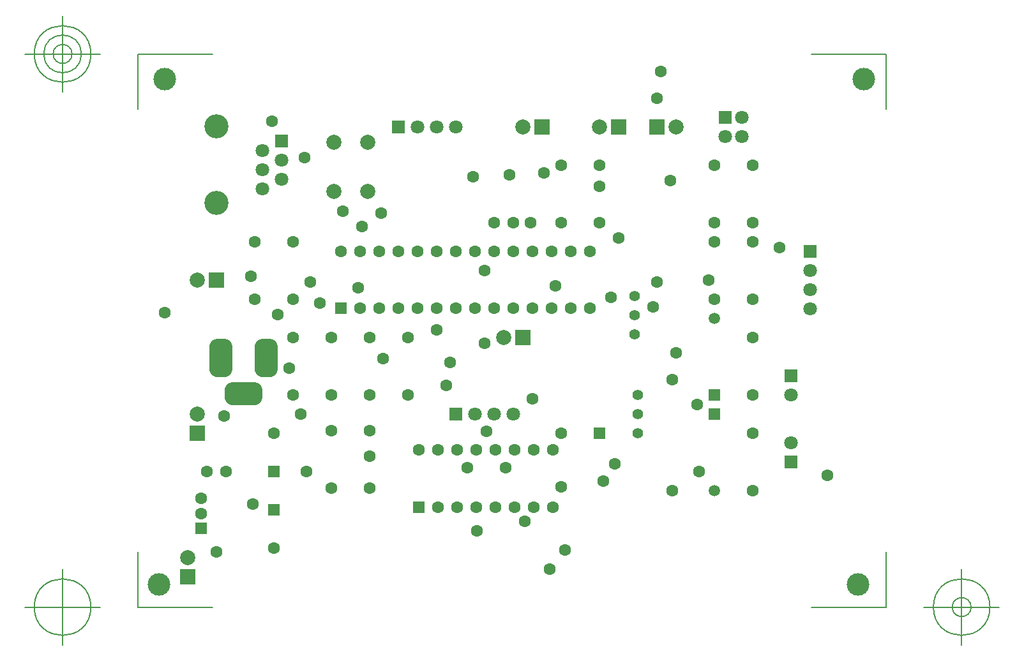
<source format=gbr>
G04 Generated by Ultiboard 14.2 *
%FSLAX34Y34*%
%MOMM*%

%ADD10C,0.0001*%
%ADD11C,0.1270*%
%ADD12R,2.0000X2.0000*%
%ADD13C,2.0000*%
%ADD14C,1.6000*%
%ADD15R,1.6000X1.6000*%
%ADD16C,1.5000*%
%ADD17R,1.5000X1.5000*%
%ADD18R,1.8000X1.8000*%
%ADD19C,1.8000*%
%ADD20C,1.4224*%
%ADD21R,1.0000X3.0000*%
%ADD22R,3.0000X1.0000*%
%ADD23C,3.2000*%
%ADD24C,3.0000*%


G04 ColorRGB FF00CC for the following layer *
%LNSolder Mask Top*%
%LPD*%
G54D10*
G54D11*
X-2543Y-2540D02*
X-2543Y70866D01*
X-2543Y-2540D02*
X96695Y-2540D01*
X989840Y-2540D02*
X890602Y-2540D01*
X989840Y-2540D02*
X989840Y70866D01*
X989840Y731525D02*
X989840Y658118D01*
X989840Y731525D02*
X890602Y731525D01*
X-2543Y731525D02*
X96695Y731525D01*
X-2543Y731525D02*
X-2543Y658118D01*
X-52543Y-2540D02*
X-152543Y-2540D01*
X-102543Y-52540D02*
X-102543Y47460D01*
X-140043Y-2540D02*
G75*
D01*
G02X-140043Y-2540I37500J0*
G01*
X1039840Y-2540D02*
X1139840Y-2540D01*
X1089840Y-52540D02*
X1089840Y47460D01*
X1052340Y-2540D02*
G75*
D01*
G02X1052340Y-2540I37500J0*
G01*
X1077340Y-2540D02*
G75*
D01*
G02X1077340Y-2540I12500J0*
G01*
X-52543Y731525D02*
X-152543Y731525D01*
X-102543Y681525D02*
X-102543Y781525D01*
X-140043Y731525D02*
G75*
D01*
G02X-140043Y731525I37500J0*
G01*
X-127543Y731525D02*
G75*
D01*
G02X-127543Y731525I25000J0*
G01*
X-115043Y731525D02*
G75*
D01*
G02X-115043Y731525I12500J0*
G01*
G54D12*
X63500Y38100D03*
X76200Y228600D03*
X508000Y355600D03*
X101600Y431800D03*
X685800Y635000D03*
X533400Y635000D03*
X635000Y635000D03*
G54D13*
X63500Y63500D03*
X76200Y254000D03*
X102400Y312980D02*
X112400Y312980D01*
X112400Y342980D01*
X102400Y342980D01*
X102400Y312980D01*D02*
X162400Y312980D02*
X172400Y312980D01*
X172400Y342980D01*
X162400Y342980D01*
X162400Y312980D01*D02*
X122400Y275980D02*
X152400Y275980D01*
X152400Y285980D01*
X122400Y285980D01*
X122400Y275980D01*D02*
X482600Y355600D03*
X76200Y431800D03*
X257387Y614680D03*
X257387Y549487D03*
X302260Y614680D03*
X302260Y549487D03*
X711200Y635000D03*
X508000Y635000D03*
X609600Y635000D03*
G54D14*
X543560Y48260D03*
X101600Y71120D03*
X81322Y141800D03*
X81322Y121850D03*
X177800Y76200D03*
X563880Y73660D03*
X447040Y99060D03*
X510540Y111760D03*
X370143Y206412D03*
X420943Y130212D03*
X395543Y130212D03*
X446343Y130212D03*
X497143Y130212D03*
X471743Y130212D03*
X522543Y130212D03*
X547943Y130212D03*
X522543Y206412D03*
X446343Y206412D03*
X420943Y206412D03*
X395543Y206412D03*
X497143Y206412D03*
X471743Y206412D03*
X547943Y206412D03*
X149860Y134620D03*
X706120Y152400D03*
X177800Y228600D03*
X254000Y155612D03*
X254000Y231812D03*
X304800Y231812D03*
X304800Y155612D03*
X558800Y157480D03*
X614680Y165100D03*
X812800Y228600D03*
X812800Y152400D03*
X911860Y172720D03*
X88900Y177800D03*
X114300Y177800D03*
X220980Y177800D03*
X434340Y182880D03*
X485140Y182880D03*
X629920Y187960D03*
X741680Y177800D03*
X304800Y198120D03*
X459740Y231140D03*
X111760Y251460D03*
X213360Y254000D03*
X739140Y266700D03*
X203200Y355600D03*
X203200Y279400D03*
X254000Y279400D03*
X254000Y355600D03*
X304800Y279400D03*
X304800Y355600D03*
X355600Y355600D03*
X355600Y279400D03*
X406400Y292100D03*
X520700Y274320D03*
X812800Y279400D03*
X812800Y355600D03*
X706120Y299720D03*
X198120Y314960D03*
X322580Y327660D03*
X411480Y322580D03*
X457200Y347980D03*
X711200Y335280D03*
X393700Y365760D03*
X33020Y388620D03*
X182880Y386080D03*
X152400Y406400D03*
X152400Y482600D03*
X203200Y482600D03*
X203200Y406400D03*
X238760Y401320D03*
X292100Y393800D03*
X317500Y393800D03*
X342900Y393800D03*
X368300Y393800D03*
X393700Y393800D03*
X419100Y393800D03*
X444500Y393800D03*
X469900Y393800D03*
X495300Y393800D03*
X520700Y393800D03*
X546100Y393800D03*
X571500Y393800D03*
X596900Y393800D03*
X266700Y469800D03*
X292100Y469800D03*
X317500Y469800D03*
X342900Y469800D03*
X368300Y469800D03*
X393700Y469800D03*
X419100Y469800D03*
X444500Y469800D03*
X469900Y469800D03*
X495300Y469800D03*
X520700Y469800D03*
X546100Y469800D03*
X571500Y469800D03*
X596900Y469800D03*
X624840Y408940D03*
X680720Y396240D03*
X762000Y406400D03*
X762000Y482600D03*
X812800Y406400D03*
X812800Y482600D03*
X226060Y429260D03*
X289560Y421640D03*
X551180Y424180D03*
X685800Y429260D03*
X754380Y431800D03*
X147320Y436880D03*
X457200Y444500D03*
X635000Y487680D03*
X848360Y474980D03*
X294640Y502920D03*
X469900Y508000D03*
X495300Y508000D03*
X518160Y508000D03*
X558800Y584200D03*
X558800Y508000D03*
X609600Y584200D03*
X609600Y508000D03*
X762000Y508000D03*
X762000Y584200D03*
X812800Y584200D03*
X812800Y508000D03*
X269240Y523240D03*
X320040Y520700D03*
X441960Y568960D03*
X490220Y571500D03*
X609600Y556260D03*
X703580Y563880D03*
X535940Y574040D03*
X218440Y594360D03*
X175260Y642620D03*
X685800Y673100D03*
X690880Y708660D03*
X558800Y228600D03*
G54D15*
X81322Y101900D03*
X177800Y127000D03*
X370143Y130212D03*
X177800Y177800D03*
X266700Y393800D03*
X609600Y228600D03*
G54D16*
X762000Y152400D03*
X762000Y381000D03*
G54D17*
X762000Y254000D03*
X762000Y279400D03*
G54D18*
X863600Y190500D03*
X419100Y254000D03*
X863600Y304800D03*
X889000Y469900D03*
X187960Y615950D03*
X776350Y647700D03*
X342900Y635000D03*
G54D19*
X863600Y215900D03*
X444500Y254000D03*
X469900Y254000D03*
X495300Y254000D03*
X863600Y279400D03*
X889000Y444500D03*
X889000Y419100D03*
X889000Y393700D03*
X187960Y565150D03*
X187960Y590550D03*
X162560Y552450D03*
X162560Y577850D03*
X162560Y603250D03*
X798450Y622300D03*
X776350Y622300D03*
X798450Y647700D03*
X368300Y635000D03*
X393700Y635000D03*
X419100Y635000D03*
G54D20*
X660400Y279400D03*
X660400Y228600D03*
X660400Y254000D03*
X656325Y410475D03*
X656325Y359675D03*
X656325Y385075D03*
G54D21*
X107400Y327980D03*
X167400Y327980D03*
G54D22*
X137400Y280980D03*
G54D23*
X101665Y533465D03*
X101674Y635382D03*
G54D24*
X33020Y698500D03*
X952500Y27940D03*
X25400Y27940D03*
X960120Y698500D03*

M02*

</source>
